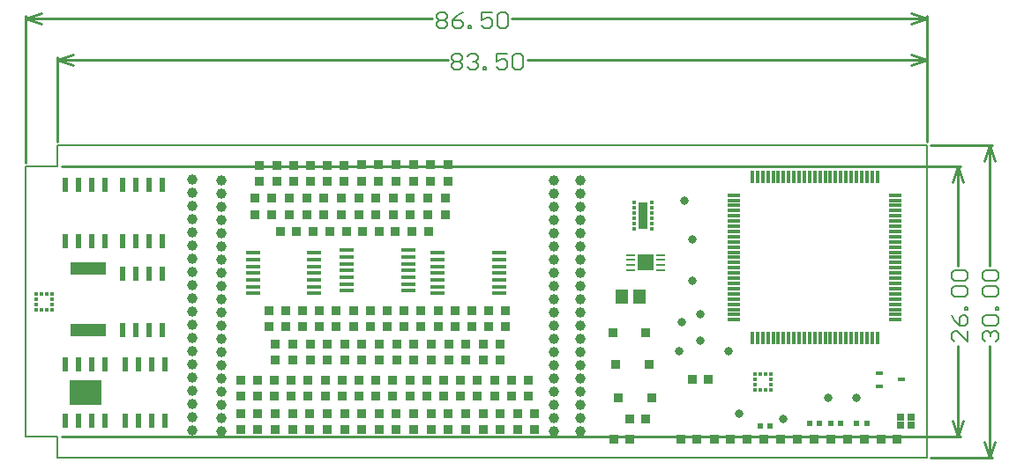
<source format=gtl>
G04*
G04 #@! TF.GenerationSoftware,Altium Limited,Altium Designer,22.6.1 (34)*
G04*
G04 Layer_Physical_Order=1*
G04 Layer_Color=255*
%FSLAX25Y25*%
%MOIN*%
G70*
G04*
G04 #@! TF.SameCoordinates,4A999195-7229-471D-A063-F470427C1832*
G04*
G04*
G04 #@! TF.FilePolarity,Positive*
G04*
G01*
G75*
%ADD13C,0.00787*%
%ADD14C,0.01000*%
%ADD16C,0.00600*%
%ADD17R,0.02362X0.05709*%
%ADD18R,0.12205X0.09488*%
%ADD19R,0.02953X0.02559*%
%ADD20R,0.13386X0.04921*%
%ADD21R,0.05512X0.01575*%
%ADD22R,0.03347X0.00984*%
%ADD23R,0.06299X0.05906*%
%ADD24R,0.03543X0.03740*%
%ADD25R,0.04921X0.05512*%
%ADD26R,0.03740X0.03543*%
%ADD27R,0.03150X0.01575*%
%ADD28R,0.03543X0.03740*%
%ADD29R,0.01181X0.04724*%
%ADD30R,0.04724X0.01181*%
%ADD31R,0.01280X0.01181*%
%ADD32R,0.03386X0.10433*%
%ADD33R,0.01772X0.01378*%
%ADD34R,0.03740X0.03543*%
%ADD35R,0.02362X0.02165*%
%ADD58C,0.03937*%
%ADD59C,0.03150*%
%ADD60C,0.01968*%
D13*
X11836Y110261D02*
Y118135D01*
Y25D02*
Y7899D01*
X25D02*
X11836D01*
X25Y110261D02*
X11836D01*
Y25D02*
X340576D01*
Y118135D01*
X11836D02*
X340576D01*
X25Y7899D02*
Y110261D01*
D14*
X350362Y13874D02*
X352362Y7874D01*
X354362Y13874D01*
X352362Y110236D02*
X354362Y104236D01*
X350362D02*
X352362Y110236D01*
Y7874D02*
Y42360D01*
Y72551D02*
Y110236D01*
X13780Y7874D02*
X353362D01*
X13780Y110236D02*
X353362D01*
X11836Y150591D02*
X17836Y152591D01*
X11836Y150591D02*
X17836Y148591D01*
X334576D02*
X340576Y150591D01*
X334576Y152591D02*
X340576Y150591D01*
X11836D02*
X159511D01*
X189702D02*
X340576D01*
X11836Y119529D02*
Y151591D01*
X340576Y119529D02*
Y151591D01*
X364173Y118135D02*
X366173Y112135D01*
X362173D02*
X364173Y118135D01*
X362173Y6025D02*
X364173Y25D01*
X366173Y6025D01*
X364173Y72576D02*
Y118135D01*
Y25D02*
Y42384D01*
X341970Y118135D02*
X365173D01*
X341970Y25D02*
X365173D01*
X25Y166339D02*
X6025Y168339D01*
X25Y166339D02*
X6025Y164339D01*
X334576D02*
X340576Y166339D01*
X334576Y168339D02*
X340576Y166339D01*
X25D02*
X153605D01*
X183796D02*
X340576D01*
X25Y111655D02*
Y167339D01*
X340576Y119529D02*
Y167339D01*
D16*
X355961Y47958D02*
Y43960D01*
X351962Y47958D01*
X350963D01*
X349963Y46959D01*
Y44959D01*
X350963Y43960D01*
X349963Y53956D02*
X350963Y51957D01*
X352962Y49957D01*
X354961D01*
X355961Y50957D01*
Y52957D01*
X354961Y53956D01*
X353962D01*
X352962Y52957D01*
Y49957D01*
X355961Y55956D02*
X354961D01*
Y56955D01*
X355961D01*
Y55956D01*
X350963Y60954D02*
X349963Y61954D01*
Y63953D01*
X350963Y64953D01*
X354961D01*
X355961Y63953D01*
Y61954D01*
X354961Y60954D01*
X350963D01*
Y66952D02*
X349963Y67952D01*
Y69951D01*
X350963Y70951D01*
X354961D01*
X355961Y69951D01*
Y67952D01*
X354961Y66952D01*
X350963D01*
X161110Y151990D02*
X162110Y152990D01*
X164110D01*
X165109Y151990D01*
Y150990D01*
X164110Y149991D01*
X165109Y148991D01*
Y147991D01*
X164110Y146992D01*
X162110D01*
X161110Y147991D01*
Y148991D01*
X162110Y149991D01*
X161110Y150990D01*
Y151990D01*
X162110Y149991D02*
X164110D01*
X167109Y151990D02*
X168108Y152990D01*
X170107D01*
X171107Y151990D01*
Y150990D01*
X170107Y149991D01*
X169108D01*
X170107D01*
X171107Y148991D01*
Y147991D01*
X170107Y146992D01*
X168108D01*
X167109Y147991D01*
X173107Y146992D02*
Y147991D01*
X174106D01*
Y146992D01*
X173107D01*
X182104Y152990D02*
X178105D01*
Y149991D01*
X180104Y150990D01*
X181104D01*
X182104Y149991D01*
Y147991D01*
X181104Y146992D01*
X179105D01*
X178105Y147991D01*
X184103Y151990D02*
X185103Y152990D01*
X187102D01*
X188102Y151990D01*
Y147991D01*
X187102Y146992D01*
X185103D01*
X184103Y147991D01*
Y151990D01*
X362774Y43984D02*
X361774Y44984D01*
Y46984D01*
X362774Y47983D01*
X363773D01*
X364773Y46984D01*
Y45984D01*
Y46984D01*
X365773Y47983D01*
X366773D01*
X367772Y46984D01*
Y44984D01*
X366773Y43984D01*
X362774Y49983D02*
X361774Y50982D01*
Y52982D01*
X362774Y53981D01*
X366773D01*
X367772Y52982D01*
Y50982D01*
X366773Y49983D01*
X362774D01*
X367772Y55981D02*
X366773D01*
Y56980D01*
X367772D01*
Y55981D01*
X362774Y60979D02*
X361774Y61979D01*
Y63978D01*
X362774Y64978D01*
X366773D01*
X367772Y63978D01*
Y61979D01*
X366773Y60979D01*
X362774D01*
Y66977D02*
X361774Y67977D01*
Y69976D01*
X362774Y70976D01*
X366773D01*
X367772Y69976D01*
Y67977D01*
X366773Y66977D01*
X362774D01*
X155205Y167738D02*
X156205Y168738D01*
X158204D01*
X159204Y167738D01*
Y166738D01*
X158204Y165739D01*
X159204Y164739D01*
Y163739D01*
X158204Y162740D01*
X156205D01*
X155205Y163739D01*
Y164739D01*
X156205Y165739D01*
X155205Y166738D01*
Y167738D01*
X156205Y165739D02*
X158204D01*
X165202Y168738D02*
X163202Y167738D01*
X161203Y165739D01*
Y163739D01*
X162203Y162740D01*
X164202D01*
X165202Y163739D01*
Y164739D01*
X164202Y165739D01*
X161203D01*
X167201Y162740D02*
Y163739D01*
X168201D01*
Y162740D01*
X167201D01*
X176198Y168738D02*
X172199D01*
Y165739D01*
X174199Y166738D01*
X175198D01*
X176198Y165739D01*
Y163739D01*
X175198Y162740D01*
X173199D01*
X172199Y163739D01*
X178198Y167738D02*
X179197Y168738D01*
X181196D01*
X182196Y167738D01*
Y163739D01*
X181196Y162740D01*
X179197D01*
X178198Y163739D01*
Y167738D01*
D17*
X15138Y13878D02*
D03*
X20138D02*
D03*
X25138D02*
D03*
X30138D02*
D03*
X15138Y35335D02*
D03*
X20138D02*
D03*
X25138D02*
D03*
X30138D02*
D03*
X51791Y69784D02*
D03*
X46791D02*
D03*
X41791D02*
D03*
X36791D02*
D03*
X51791Y48327D02*
D03*
X46791D02*
D03*
X41791D02*
D03*
X36791D02*
D03*
X52776Y35335D02*
D03*
X47776D02*
D03*
X42776D02*
D03*
X37776D02*
D03*
X52776Y13878D02*
D03*
X47776D02*
D03*
X42776D02*
D03*
X37776D02*
D03*
X51791Y103248D02*
D03*
X46791D02*
D03*
X41791D02*
D03*
X36791D02*
D03*
X51791Y81791D02*
D03*
X46791D02*
D03*
X41791D02*
D03*
X36791D02*
D03*
X30138Y103248D02*
D03*
X25138D02*
D03*
X20138D02*
D03*
X15138D02*
D03*
X30138Y81791D02*
D03*
X25138D02*
D03*
X20138D02*
D03*
X15138D02*
D03*
D18*
X22638Y24606D02*
D03*
D19*
X330610Y15256D02*
D03*
Y12303D02*
D03*
X334744Y15256D02*
D03*
Y12303D02*
D03*
D20*
X23622Y48327D02*
D03*
Y71752D02*
D03*
D21*
X121260Y78543D02*
D03*
Y75984D02*
D03*
Y73425D02*
D03*
Y70866D02*
D03*
Y68307D02*
D03*
Y65748D02*
D03*
Y63189D02*
D03*
X144488Y78543D02*
D03*
Y75984D02*
D03*
Y73425D02*
D03*
Y70866D02*
D03*
Y68307D02*
D03*
Y65748D02*
D03*
Y63189D02*
D03*
X155709Y77559D02*
D03*
Y75000D02*
D03*
Y72441D02*
D03*
Y69882D02*
D03*
Y67323D02*
D03*
Y64764D02*
D03*
Y62205D02*
D03*
X178937Y77559D02*
D03*
Y75000D02*
D03*
Y72441D02*
D03*
Y69882D02*
D03*
Y67323D02*
D03*
Y64764D02*
D03*
Y62205D02*
D03*
X85827Y77559D02*
D03*
Y75000D02*
D03*
Y72441D02*
D03*
Y69882D02*
D03*
Y67323D02*
D03*
Y64764D02*
D03*
Y62205D02*
D03*
X109055Y77559D02*
D03*
Y75000D02*
D03*
Y72441D02*
D03*
Y69882D02*
D03*
Y67323D02*
D03*
Y64764D02*
D03*
Y62205D02*
D03*
D22*
X228661Y76772D02*
D03*
Y74803D02*
D03*
Y72835D02*
D03*
Y70866D02*
D03*
X239843Y76772D02*
D03*
Y74803D02*
D03*
Y72835D02*
D03*
Y70866D02*
D03*
D23*
X234252Y73819D02*
D03*
D24*
X235531Y35433D02*
D03*
X223130D02*
D03*
X236516Y22638D02*
D03*
X224114D02*
D03*
X234252Y47244D02*
D03*
X221850D02*
D03*
X121159Y85614D02*
D03*
X127262D02*
D03*
X133605D02*
D03*
X139707D02*
D03*
X96268D02*
D03*
X102370D02*
D03*
X108714D02*
D03*
X114816D02*
D03*
X146051D02*
D03*
X152153D02*
D03*
D25*
X231890Y61024D02*
D03*
X225394D02*
D03*
D26*
X133426Y104698D02*
D03*
Y110801D02*
D03*
X126886Y104698D02*
D03*
Y110801D02*
D03*
X153047Y104698D02*
D03*
Y110801D02*
D03*
X159587Y104698D02*
D03*
Y110801D02*
D03*
X107413Y10630D02*
D03*
Y16732D02*
D03*
X185895Y10630D02*
D03*
Y16732D02*
D03*
X172814Y10630D02*
D03*
Y16732D02*
D03*
X192435Y10630D02*
D03*
Y16732D02*
D03*
X179354Y10630D02*
D03*
Y16732D02*
D03*
X114039Y36938D02*
D03*
Y43040D02*
D03*
X94418Y36938D02*
D03*
Y43040D02*
D03*
X100958Y36938D02*
D03*
Y43040D02*
D03*
X120579Y36938D02*
D03*
Y43040D02*
D03*
X107499Y36938D02*
D03*
Y43040D02*
D03*
X133573Y10630D02*
D03*
Y16732D02*
D03*
X127033Y10630D02*
D03*
Y16732D02*
D03*
X120493Y10630D02*
D03*
Y16732D02*
D03*
X113953Y10630D02*
D03*
Y16732D02*
D03*
X159734Y10630D02*
D03*
Y16732D02*
D03*
X140113Y10630D02*
D03*
Y16732D02*
D03*
X146653Y10630D02*
D03*
Y16732D02*
D03*
X166274Y10630D02*
D03*
Y16732D02*
D03*
X153194Y10630D02*
D03*
Y16732D02*
D03*
X81252Y10630D02*
D03*
Y16732D02*
D03*
X100872Y10630D02*
D03*
Y16732D02*
D03*
X94332Y10630D02*
D03*
Y16732D02*
D03*
X146506Y104698D02*
D03*
Y110801D02*
D03*
X139966Y104698D02*
D03*
Y110801D02*
D03*
X87792Y10630D02*
D03*
Y16732D02*
D03*
X140199Y36938D02*
D03*
Y43040D02*
D03*
X166360Y36938D02*
D03*
Y43040D02*
D03*
X133659Y36938D02*
D03*
Y43040D02*
D03*
X159820Y36938D02*
D03*
Y43040D02*
D03*
X153280Y36938D02*
D03*
Y43040D02*
D03*
X119272Y92056D02*
D03*
Y98158D02*
D03*
X127119Y36938D02*
D03*
Y43040D02*
D03*
X145432Y92056D02*
D03*
Y98158D02*
D03*
X151973Y92056D02*
D03*
Y98158D02*
D03*
X158513Y92056D02*
D03*
Y98158D02*
D03*
X125812Y92056D02*
D03*
Y98158D02*
D03*
X132352Y92056D02*
D03*
Y98158D02*
D03*
X138892Y92056D02*
D03*
Y98158D02*
D03*
X93111Y92056D02*
D03*
Y98158D02*
D03*
X86571Y92056D02*
D03*
Y98158D02*
D03*
X179440Y36938D02*
D03*
Y43040D02*
D03*
X112732Y92056D02*
D03*
Y98158D02*
D03*
X99651Y92056D02*
D03*
Y98158D02*
D03*
X106191Y92056D02*
D03*
Y98158D02*
D03*
X172900Y36938D02*
D03*
Y43040D02*
D03*
X146739Y36938D02*
D03*
Y43040D02*
D03*
D27*
X322539Y26969D02*
D03*
Y32087D02*
D03*
X331004Y29528D02*
D03*
D28*
X104625Y55584D02*
D03*
Y49482D02*
D03*
X149425Y55584D02*
D03*
Y49482D02*
D03*
X155825Y55584D02*
D03*
Y49482D02*
D03*
X143025Y55584D02*
D03*
Y49482D02*
D03*
X136625Y55584D02*
D03*
Y49482D02*
D03*
X130225Y55584D02*
D03*
Y49482D02*
D03*
X177182Y29276D02*
D03*
Y23174D02*
D03*
X170782Y29276D02*
D03*
Y23174D02*
D03*
X100382Y29276D02*
D03*
Y23174D02*
D03*
X93982Y29276D02*
D03*
Y23174D02*
D03*
X87582Y29276D02*
D03*
Y23174D02*
D03*
X81182Y29276D02*
D03*
Y23174D02*
D03*
X125982Y29276D02*
D03*
Y23174D02*
D03*
X132382Y29276D02*
D03*
Y23174D02*
D03*
X119582Y29276D02*
D03*
Y23174D02*
D03*
X106782Y29276D02*
D03*
Y23174D02*
D03*
X181425Y55584D02*
D03*
Y49482D02*
D03*
X113182Y29276D02*
D03*
Y23174D02*
D03*
X88416Y110702D02*
D03*
Y104600D02*
D03*
X175025Y55584D02*
D03*
Y49482D02*
D03*
X120416Y110702D02*
D03*
Y104600D02*
D03*
X114016Y110702D02*
D03*
Y104600D02*
D03*
X168625Y55584D02*
D03*
Y49482D02*
D03*
X162225Y55584D02*
D03*
Y49482D02*
D03*
X107616Y110702D02*
D03*
Y104600D02*
D03*
X94816Y110702D02*
D03*
Y104600D02*
D03*
X111025Y55584D02*
D03*
Y49482D02*
D03*
X123825Y55584D02*
D03*
Y49482D02*
D03*
X117425Y55584D02*
D03*
Y49482D02*
D03*
X101216Y110702D02*
D03*
Y104600D02*
D03*
X98225Y55584D02*
D03*
Y49482D02*
D03*
X157982Y29276D02*
D03*
Y23174D02*
D03*
X164382Y29276D02*
D03*
Y23174D02*
D03*
X138782Y29276D02*
D03*
Y23174D02*
D03*
X151582Y29276D02*
D03*
Y23174D02*
D03*
X145182Y29276D02*
D03*
Y23174D02*
D03*
X189982Y29276D02*
D03*
Y23174D02*
D03*
X91825Y55584D02*
D03*
Y49482D02*
D03*
X183582Y29276D02*
D03*
Y23174D02*
D03*
D29*
X274606Y106299D02*
D03*
X276575D02*
D03*
X278543D02*
D03*
X280512D02*
D03*
X282480D02*
D03*
X284449D02*
D03*
X286417D02*
D03*
X288386D02*
D03*
X290354D02*
D03*
X292323D02*
D03*
X294291D02*
D03*
X296260D02*
D03*
X298228D02*
D03*
X300197D02*
D03*
X302165D02*
D03*
X304134D02*
D03*
X306102D02*
D03*
X308071D02*
D03*
X310039D02*
D03*
X312008D02*
D03*
X313976D02*
D03*
X315945D02*
D03*
X317913D02*
D03*
X319882D02*
D03*
X321850D02*
D03*
Y45276D02*
D03*
X319882D02*
D03*
X317913D02*
D03*
X315945D02*
D03*
X313976D02*
D03*
X312008D02*
D03*
X310039D02*
D03*
X308071D02*
D03*
X306102D02*
D03*
X304134D02*
D03*
X302165D02*
D03*
X300197D02*
D03*
X298228D02*
D03*
X296260D02*
D03*
X294291D02*
D03*
X292323D02*
D03*
X290354D02*
D03*
X288386D02*
D03*
X286417D02*
D03*
X284449D02*
D03*
X282480D02*
D03*
X280512D02*
D03*
X278543D02*
D03*
X276575D02*
D03*
X274606D02*
D03*
D30*
X328740Y99410D02*
D03*
Y97441D02*
D03*
Y95472D02*
D03*
Y93504D02*
D03*
Y91535D02*
D03*
Y89567D02*
D03*
Y87598D02*
D03*
Y85630D02*
D03*
Y83661D02*
D03*
Y81693D02*
D03*
Y79724D02*
D03*
Y77756D02*
D03*
Y75787D02*
D03*
Y73819D02*
D03*
Y71850D02*
D03*
Y69882D02*
D03*
Y67913D02*
D03*
Y65945D02*
D03*
Y63976D02*
D03*
Y62008D02*
D03*
Y60039D02*
D03*
Y58071D02*
D03*
Y56102D02*
D03*
Y54134D02*
D03*
Y52165D02*
D03*
X267717D02*
D03*
Y54134D02*
D03*
Y56102D02*
D03*
Y58071D02*
D03*
Y60039D02*
D03*
Y62008D02*
D03*
Y63976D02*
D03*
Y65945D02*
D03*
Y67913D02*
D03*
Y69882D02*
D03*
Y71850D02*
D03*
Y73819D02*
D03*
Y75787D02*
D03*
Y77756D02*
D03*
Y79724D02*
D03*
Y81693D02*
D03*
Y83661D02*
D03*
Y85630D02*
D03*
Y87598D02*
D03*
Y89567D02*
D03*
Y91535D02*
D03*
Y93504D02*
D03*
Y95472D02*
D03*
Y97441D02*
D03*
Y99410D02*
D03*
D31*
X275590Y31496D02*
D03*
X277559D02*
D03*
X279528D02*
D03*
X281496D02*
D03*
X275590Y29528D02*
D03*
X281496D02*
D03*
X275590Y27559D02*
D03*
X281496D02*
D03*
X275590Y25591D02*
D03*
X277559D02*
D03*
X279528D02*
D03*
X281496D02*
D03*
X9843Y56102D02*
D03*
X7874D02*
D03*
X5906D02*
D03*
X3937D02*
D03*
X9843Y58071D02*
D03*
X3937D02*
D03*
X9843Y60039D02*
D03*
X3937D02*
D03*
X9843Y62008D02*
D03*
X7874D02*
D03*
X5906D02*
D03*
X3937D02*
D03*
D32*
X233268Y91535D02*
D03*
D33*
X236634Y86614D02*
D03*
Y88583D02*
D03*
Y90551D02*
D03*
Y92520D02*
D03*
Y94488D02*
D03*
Y96457D02*
D03*
X229902Y86614D02*
D03*
Y88583D02*
D03*
Y90551D02*
D03*
Y92520D02*
D03*
Y94488D02*
D03*
Y96457D02*
D03*
D34*
X247505Y6890D02*
D03*
X253608D02*
D03*
X228323D02*
D03*
X222220D02*
D03*
X234350Y14764D02*
D03*
X228248D02*
D03*
X266250Y6890D02*
D03*
X260148D02*
D03*
X316821D02*
D03*
X310718D02*
D03*
X329463D02*
D03*
X323361D02*
D03*
X258071Y29528D02*
D03*
X251969D02*
D03*
X278893Y6890D02*
D03*
X272791D02*
D03*
X304178D02*
D03*
X298076D02*
D03*
X291535D02*
D03*
X285433D02*
D03*
D35*
X300098Y12795D02*
D03*
X296358D02*
D03*
X281398Y11811D02*
D03*
X277658D02*
D03*
X307972Y12795D02*
D03*
X304232D02*
D03*
X317815D02*
D03*
X314075D02*
D03*
D58*
X209646Y104842D02*
D03*
Y99843D02*
D03*
Y94842D02*
D03*
Y89842D02*
D03*
Y84842D02*
D03*
Y79843D02*
D03*
Y74843D02*
D03*
Y69842D02*
D03*
Y64842D02*
D03*
Y59842D02*
D03*
Y54843D02*
D03*
Y49843D02*
D03*
Y44842D02*
D03*
Y39843D02*
D03*
Y34843D02*
D03*
Y29842D02*
D03*
Y24843D02*
D03*
Y19842D02*
D03*
Y14842D02*
D03*
Y9843D02*
D03*
X199803Y104842D02*
D03*
Y99843D02*
D03*
Y94842D02*
D03*
Y89842D02*
D03*
Y84842D02*
D03*
Y79843D02*
D03*
Y74843D02*
D03*
Y69842D02*
D03*
Y64842D02*
D03*
Y59842D02*
D03*
Y54843D02*
D03*
Y49843D02*
D03*
Y44842D02*
D03*
Y39843D02*
D03*
Y34843D02*
D03*
Y29842D02*
D03*
Y24843D02*
D03*
Y19842D02*
D03*
Y14842D02*
D03*
Y9843D02*
D03*
X73819Y104842D02*
D03*
Y99843D02*
D03*
Y94842D02*
D03*
Y89842D02*
D03*
Y84842D02*
D03*
Y79843D02*
D03*
Y74843D02*
D03*
Y69842D02*
D03*
Y64842D02*
D03*
Y59842D02*
D03*
Y54843D02*
D03*
Y49843D02*
D03*
Y44842D02*
D03*
Y39843D02*
D03*
Y34843D02*
D03*
Y29842D02*
D03*
Y24843D02*
D03*
Y19842D02*
D03*
Y14842D02*
D03*
Y9843D02*
D03*
X62992Y105394D02*
D03*
Y100394D02*
D03*
Y95394D02*
D03*
Y90394D02*
D03*
Y85394D02*
D03*
Y80394D02*
D03*
Y75394D02*
D03*
Y70394D02*
D03*
Y65394D02*
D03*
Y60394D02*
D03*
Y55394D02*
D03*
Y50394D02*
D03*
Y45394D02*
D03*
Y40394D02*
D03*
Y35394D02*
D03*
Y30394D02*
D03*
Y25394D02*
D03*
Y20394D02*
D03*
Y15394D02*
D03*
Y10394D02*
D03*
D59*
X248031Y51181D02*
D03*
X254921Y54134D02*
D03*
X251969Y66929D02*
D03*
Y82677D02*
D03*
X303150Y22638D02*
D03*
X313976D02*
D03*
X254921Y44291D02*
D03*
X247047Y40354D02*
D03*
X269685Y16732D02*
D03*
X286417Y14764D02*
D03*
X249016Y97441D02*
D03*
X265748Y40354D02*
D03*
D60*
X18307Y22441D02*
D03*
Y26772D02*
D03*
X22638Y22441D02*
D03*
Y26772D02*
D03*
X26969Y22441D02*
D03*
Y26772D02*
D03*
M02*

</source>
